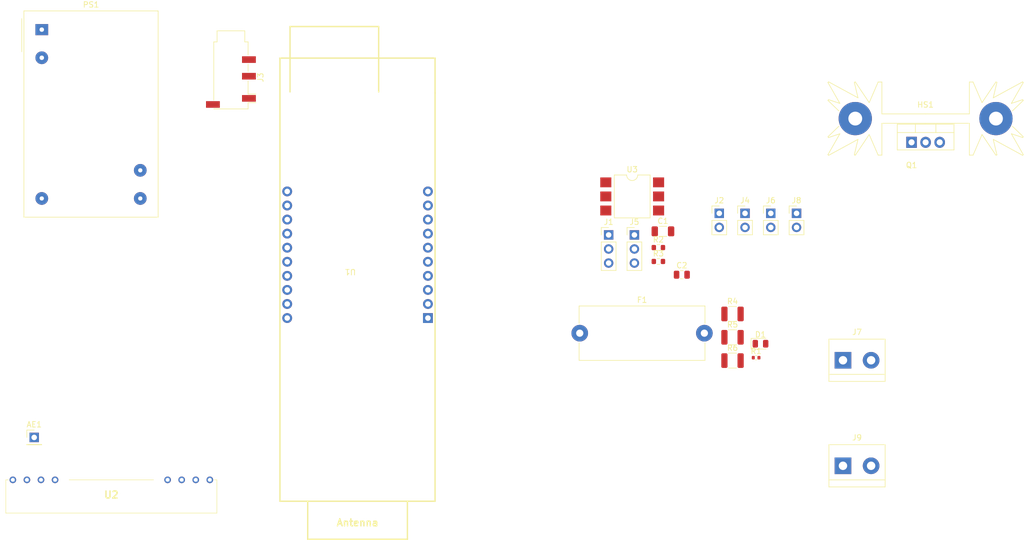
<source format=kicad_pcb>
(kicad_pcb (version 20221018) (generator pcbnew)
  (layers (0 "F.Cu" signal) (31 "B.Cu" signal) (34 "B.Paste" user) (35 "F.Paste" user) (36 "B.SilkS" user "B.Silkscreen") (37 "F.SilkS" user "F.Silkscreen") (38 "B.Mask" user) (39 "F.Mask" user) (44 "Edge.Cuts" user))
  (net 0 "")
  (net 1 "Net-(AE1-A)")
  (net 2 "Net-(J5-Pin_1)")
  (net 3 "Net-(J8-Pin_2)")
  (net 4 "Net-(C2-Pad1)")
  (net 5 "Net-(J8-Pin_1)")
  (net 6 "GND")
  (net 7 "Net-(D1-A)")
  (net 8 "LINE")
  (net 9 "Net-(J5-Pin_3)")
  (net 10 "+3V3")
  (net 11 "Net-(J1-Pin_3)")
  (net 12 "Net-(J2-Pin_1)")
  (net 13 "Net-(J2-Pin_2)")
  (net 14 "Net-(J2-Pin_3)")
  (net 15 "Net-(J2-Pin_4)")
  (net 16 "Net-(J4-Pin_1)")
  (net 17 "Net-(J4-Pin_2)")
  (net 18 "Net-(J6-Pin_1)")
  (net 19 "NEUT")
  (net 21 "+5V")
  (net 22 "Net-(Q1-G)")
  (net 23 "Net-(U1-GPIO2)")
  (net 24 "Net-(R3-Pad1)")
  (net 38 "Net-(U1-GPIO36)")
  (footprint "Resistor_SMD:R_1210_3225Metric" (layer "F.Cu") (at 203.58 96.18)
    (fp_text reference "R5" (at 0 -2.28) (layer "F.SilkS"))
    (fp_text value "470Ω/0.5W")
    (fp_line (start -0.723737 -1.355) (end 0.723737 -1.355) (stroke (width 0.12)) (layer "F.SilkS"))
    (fp_line (start -0.723737 1.355) (end 0.723737 1.355) (stroke (width 0.12)) (layer "F.SilkS"))
    (pad "1" smd roundrect (at -1.4625 0) (size 1.125 2.65) (layers "F.Cu" "F.Paste" "F.Mask") (roundrect_rratio 0.222222) (net 2 "Net-(J5-Pin_1)"))
    (pad "2" smd roundrect (at 1.4625 0) (size 1.125 2.65) (layers "F.Cu" "F.Paste" "F.Mask") (roundrect_rratio 0.222222) (net 18 "Net-(J6-Pin_1)"))
  )
  (footprint "TerminalBlock:TerminalBlock_bornier-2_P5.08mm" (layer "F.Cu") (at 223.52 119.38)
    (fp_text reference "J9" (at 2.54 -5.08) (layer "F.SilkS"))
    (fp_text value "Prises")
    (fp_line (start -2.54 -3.81) (end -2.54 3.81) (stroke (width 0.12)) (layer "F.SilkS"))
    (fp_line (start -2.54 3.81) (end 7.62 3.81) (stroke (width 0.12)) (layer "F.SilkS"))
    (fp_line (start 7.62 -3.81) (end -2.54 -3.81) (stroke (width 0.12)) (layer "F.SilkS"))
    (fp_line (start 7.62 2.54) (end -2.54 2.54) (stroke (width 0.12)) (layer "F.SilkS"))
    (fp_line (start 7.62 3.81) (end 7.62 -3.81) (stroke (width 0.12)) (layer "F.SilkS"))
    (pad "1" thru_hole rect (at 0 0) (size 3 3) (drill 1.52) (layers "*.Cu" "*.Mask") (net 3 "Net-(J8-Pin_2)"))
    (pad "2" thru_hole circle (at 5.08 0) (size 3 3) (drill 1.52) (layers "*.Cu" "*.Mask") (net 19 "NEUT"))
  )
  (footprint "Connector_PinHeader_2.54mm:PinHeader_1x02_P2.54mm_Vertical" (layer "F.Cu") (at 215.14 73.805)
    (fp_text reference "J8" (at 0 -2.33) (layer "F.SilkS"))
    (fp_text value "Triac snubber")
    (fp_line (start -1.33 -1.33) (end 0 -1.33) (stroke (width 0.12)) (layer "F.SilkS"))
    (fp_line (start -1.33 0) (end -1.33 -1.33) (stroke (width 0.12)) (layer "F.SilkS"))
    (fp_line (start -1.33 1.27) (end -1.33 3.87) (stroke (width 0.12)) (layer "F.SilkS"))
    (fp_line (start -1.33 1.27) (end 1.33 1.27) (stroke (width 0.12)) (layer "F.SilkS"))
    (fp_line (start -1.33 3.87) (end 1.33 3.87) (stroke (width 0.12)) (layer "F.SilkS"))
    (fp_line (start 1.33 1.27) (end 1.33 3.87) (stroke (width 0.12)) (layer "F.SilkS"))
    (pad "1" thru_hole rect (at 0 0) (size 1.7 1.7) (drill 1) (layers "*.Cu" "*.Mask") (net 5 "Net-(J8-Pin_1)"))
    (pad "2" thru_hole oval (at 0 2.54) (size 1.7 1.7) (drill 1) (layers "*.Cu" "*.Mask") (net 3 "Net-(J8-Pin_2)"))
  )
  (footprint "Connector_PinHeader_2.54mm:PinHeader_1x02_P2.54mm_Vertical" (layer "F.Cu") (at 201.19 73.805)
    (fp_text reference "J2" (at 0 -2.33) (layer "F.SilkS"))
    (fp_text value "Conn_01x02_Male")
    (fp_line (start -1.33 -1.33) (end 0 -1.33) (stroke (width 0.12)) (layer "F.SilkS"))
    (fp_line (start -1.33 0) (end -1.33 -1.33) (stroke (width 0.12)) (layer "F.SilkS"))
    (fp_line (start -1.33 1.27) (end -1.33 3.87) (stroke (width 0.12)) (layer "F.SilkS"))
    (fp_line (start -1.33 1.27) (end 1.33 1.27) (stroke (width 0.12)) (layer "F.SilkS"))
    (fp_line (start -1.33 3.87) (end 1.33 3.87) (stroke (width 0.12)) (layer "F.SilkS"))
    (fp_line (start 1.33 1.27) (end 1.33 3.87) (stroke (width 0.12)) (layer "F.SilkS"))
    (pad "1" thru_hole rect (at 0 0) (size 1.7 1.7) (drill 1) (layers "*.Cu" "*.Mask") (net 12 "Net-(J2-Pin_1)"))
    (pad "2" thru_hole oval (at 0 2.54) (size 1.7 1.7) (drill 1) (layers "*.Cu" "*.Mask") (net 13 "Net-(J2-Pin_2)"))
  )
  (footprint "mylife-footprints:AMRX12A433P" (layer "F.Cu") (at 91.44 124.62)
    (fp_text reference "U2" (at 0 0) (layer "F.SilkS") (effects (font (size 1.27 1.27) (thickness 0.254))))
    (fp_text value "AM-RX12A-433P" hide)
    (fp_line (start -19.05 -2.7) (end -19.05 3.3) (stroke (width 0.1)) (layer "F.SilkS"))
    (fp_line (start -19.05 3.3) (end 19.05 3.3) (stroke (width 0.1)) (layer "F.SilkS"))
    (fp_line (start -18.6 -2.7) (end -19.05 -2.7) (stroke (width 0.1)) (layer "F.SilkS"))
    (fp_line (start -7.62 -2.7) (end 7.62 -2.7) (stroke (width 0.1)) (layer "F.SilkS"))
    (fp_line (start 19.05 -2.7) (end 18.6 -2.7) (stroke (width 0.1)) (layer "F.SilkS"))
    (fp_line (start 19.05 3.3) (end 19.05 -2.7) (stroke (width 0.1)) (layer "F.SilkS"))
    (pad "1" thru_hole circle (at -17.78 -2.7) (size 1.2 1.2) (drill 0.7) (layers "*.Cu" "*.Mask") (net 1 "Net-(AE1-A)"))
    (pad "2" thru_hole circle (at -15.24 -2.7) (size 1.2 1.2) (drill 0.7) (layers "*.Cu" "*.Mask") (net 6 "GND"))
    (pad "3" thru_hole circle (at -12.7 -2.7) (size 1.2 1.2) (drill 0.7) (layers "*.Cu" "*.Mask") (net 6 "GND"))
    (pad "4" thru_hole circle (at -10.16 -2.7) (size 1.2 1.2) (drill 0.7) (layers "*.Cu" "*.Mask") (net 10 "+3V3"))
    (pad "5" thru_hole circle (at 10.16 -2.7) (size 1.2 1.2) (drill 0.7) (layers "*.Cu" "*.Mask") (net 10 "+3V3"))
    (pad "6" thru_hole circle (at 12.7 -2.7) (size 1.2 1.2) (drill 0.7) (layers "*.Cu" "*.Mask") (net 38 "Net-(U1-GPIO36)"))
    (pad "7" thru_hole circle (at 15.24 -2.7) (size 1.2 1.2) (drill 0.7) (layers "*.Cu" "*.Mask") (net 38 "Net-(U1-GPIO36)"))
    (pad "8" thru_hole circle (at 17.78 -2.7) (size 1.2 1.2) (drill 0.7) (layers "*.Cu" "*.Mask") (net 6 "GND"))
  )
  (footprint "Connector_PinHeader_2.54mm:PinHeader_1x02_P2.54mm_Vertical" (layer "F.Cu") (at 210.49 73.805)
    (fp_text reference "J6" (at 0 -2.33) (layer "F.SilkS"))
    (fp_text value "Opto snubber 2")
    (fp_line (start -1.33 -1.33) (end 0 -1.33) (stroke (width 0.12)) (layer "F.SilkS"))
    (fp_line (start -1.33 0) (end -1.33 -1.33) (stroke (width 0.12)) (layer "F.SilkS"))
    (fp_line (start -1.33 1.27) (end -1.33 3.87) (stroke (width 0.12)) (layer "F.SilkS"))
    (fp_line (start -1.33 1.27) (end 1.33 1.27) (stroke (width 0.12)) (layer "F.SilkS"))
    (fp_line (start -1.33 3.87) (end 1.33 3.87) (stroke (width 0.12)) (layer "F.SilkS"))
    (fp_line (start 1.33 1.27) (end 1.33 3.87) (stroke (width 0.12)) (layer "F.SilkS"))
    (pad "1" thru_hole rect (at 0 0) (size 1.7 1.7) (drill 1) (layers "*.Cu" "*.Mask") (net 18 "Net-(J6-Pin_1)"))
    (pad "2" thru_hole oval (at 0 2.54) (size 1.7 1.7) (drill 1) (layers "*.Cu" "*.Mask") (net 9 "Net-(J5-Pin_3)"))
  )
  (footprint "Resistor_SMD:R_1210_3225Metric" (layer "F.Cu") (at 203.58 91.97)
    (fp_text reference "R4" (at 0 -2.28) (layer "F.SilkS"))
    (fp_text value "360Ω/0.5W")
    (fp_line (start -0.723737 -1.355) (end 0.723737 -1.355) (stroke (width 0.12)) (layer "F.SilkS"))
    (fp_line (start -0.723737 1.355) (end 0.723737 1.355) (stroke (width 0.12)) (layer "F.SilkS"))
    (pad "1" smd roundrect (at -1.4625 0) (size 1.125 2.65) (layers "F.Cu" "F.Paste" "F.Mask") (roundrect_rratio 0.222222) (net 17 "Net-(J4-Pin_2)"))
    (pad "2" smd roundrect (at 1.4625 0) (size 1.125 2.65) (layers "F.Cu" "F.Paste" "F.Mask") (roundrect_rratio 0.222222) (net 16 "Net-(J4-Pin_1)"))
  )
  (footprint "Connector_PinHeader_2.54mm:PinHeader_1x01_P2.54mm_Vertical" (layer "F.Cu") (at 77.51 114.26)
    (fp_text reference "AE1" (at 0 -2.33) (layer "F.SilkS"))
    (fp_text value "Antenna")
    (fp_line (start -1.33 -1.33) (end 0 -1.33) (stroke (width 0.12)) (layer "F.SilkS"))
    (fp_line (start -1.33 0) (end -1.33 -1.33) (stroke (width 0.12)) (layer "F.SilkS"))
    (fp_line (start -1.33 1.27) (end -1.33 1.33) (stroke (width 0.12)) (layer "F.SilkS"))
    (fp_line (start -1.33 1.27) (end 1.33 1.27) (stroke (width 0.12)) (layer "F.SilkS"))
    (fp_line (start -1.33 1.33) (end 1.33 1.33) (stroke (width 0.12)) (layer "F.SilkS"))
    (fp_line (start 1.33 1.27) (end 1.33 1.33) (stroke (width 0.12)) (layer "F.SilkS"))
    (pad "1" thru_hole rect (at 0 0) (size 1.7 1.7) (drill 1) (layers "*.Cu" "*.Mask") (net 1 "Net-(AE1-A)"))
  )
  (footprint "Resistor_SMD:R_0603_1608Metric" (layer "F.Cu") (at 190.198 79.983)
    (fp_text reference "R2" (at 0 -1.43) (layer "F.SilkS"))
    (fp_text value "220Ω")
    (fp_line (start -0.237258 -0.5225) (end 0.237258 -0.5225) (stroke (width 0.12)) (layer "F.SilkS"))
    (fp_line (start -0.237258 0.5225) (end 0.237258 0.5225) (stroke (width 0.12)) (layer "F.SilkS"))
    (pad "1" smd roundrect (at -0.825 0) (size 0.8 0.95) (layers "F.Cu" "F.Paste" "F.Mask") (net 23 "Net-(U1-GPIO2)"))
    (pad "2" smd roundrect (at 0.825 0) (size 0.8 0.95) (layers "F.Cu" "F.Paste" "F.Mask") (net 7 "Net-(D1-A)"))
  )
  (footprint "Heatsink:Heatsink_Fischer_SK104-STC-STIC_35x13mm_2xDrill2.5mm" (layer "F.Cu") (at 238.44 56.7)
    (fp_text reference "HS1" (at -0.025 -2.5) (layer "F.SilkS"))
    (fp_text value "Heatsink")
    (fp_line (start -17.63 -6.51) (end -15.48 -2.74) (stroke (width 0.12)) (layer "F.SilkS"))
    (fp_line (start -17.63 6.51) (end -15.48 2.74) (stroke (width 0.12)) (layer "F.SilkS"))
    (fp_line (start -17.62 -3.27) (end -15.66 -1.38) (stroke (width 0.12)) (layer "F.SilkS"))
    (fp_line (start -17.62 3.27) (end -15.66 1.38) (stroke (width 0.12)) (layer "F.SilkS"))
    (fp_line (start -17.53 -3.42) (end -17.62 -3.27) (stroke (width 0.12)) (layer "F.SilkS"))
    (fp_line (start -17.53 3.42) (end -17.62 3.27) (stroke (width 0.12)) (layer "F.SilkS"))
    (fp_line (start -17.51 -6.63) (end -17.63 -6.51) (stroke (width 0.12)) (layer "F.SilkS"))
    (fp_line (start -17.51 6.63) (end -17.63 6.51) (stroke (width 0.12)) (layer "F.SilkS"))
    (fp_line (start -15.48 -2.74) (end -17.53 -3.42) (stroke (width 0.12)) (layer "F.SilkS"))
    (fp_line (start -15.48 2.74) (end -17.53 3.42) (stroke (width 0.12)) (layer "F.SilkS"))
    (fp_line (start -12.87 -6.55) (end -12.21 -3.75) (stroke (width 0.12)) (layer "F.SilkS"))
    (fp_line (start -12.87 6.55) (end -12.21 3.75) (stroke (width 0.12)) (layer "F.SilkS"))
    (fp_line (start -12.69 -6.61) (end -12.87 -6.55) (stroke (width 0.12)) (layer "F.SilkS"))
    (fp_line (start -12.69 6.61) (end -12.87 6.55) (stroke (width 0.12)) (layer "F.SilkS"))
    (fp_line (start -12.21 -3.75) (end -17.51 -6.63) (stroke (width 0.12)) (layer "F.SilkS"))
    (fp_line (start -12.21 3.75) (end -17.51 6.63) (stroke (width 0.12)) (layer "F.SilkS"))
    (fp_line (start -10.19 -2.89) (end -12.69 -6.61) (stroke (width 0.12)) (layer "F.SilkS"))
    (fp_line (start -10.19 2.89) (end -12.69 6.61) (stroke (width 0.12)) (layer "F.SilkS"))
    (fp_line (start -8.57 -6.6) (end -10.18 -2.89) (stroke (width 0.12)) (layer "F.SilkS"))
    (fp_line (start -8.57 6.6) (end -10.18 2.89) (stroke (width 0.12)) (layer "F.SilkS"))
    (fp_line (start -7.9 -6.6) (end -8.57 -6.6) (stroke (width 0.12)) (layer "F.SilkS"))
    (fp_line (start -7.9 -0.85) (end -7.9 -6.6) (stroke (width 0.12)) (layer "F.SilkS"))
    (fp_line (start -7.9 0.85) (end -7.9 6.6) (stroke (width 0.12)) (layer "F.SilkS"))
    (fp_line (start -7.9 6.6) (end -8.57 6.6) (stroke (width 0.12)) (layer "F.SilkS"))
    (fp_line (start 0 -0.85) (end -7.9 -0.85) (stroke (width 0.12)) (layer "F.SilkS"))
    (fp_line (start 0 -0.85) (end 7.9 -0.85) (stroke (width 0.12)) (layer "F.SilkS"))
    (fp_line (start 0 0.85) (end -7.9 0.85) (stroke (width 0.12)) (layer "F.SilkS"))
    (fp_line (start 0 0.85) (end 7.9 0.85) (stroke (width 0.12)) (layer "F.SilkS"))
    (fp_line (start 7.9 -6.6) (end 8.57 -6.6) (stroke (width 0.12)) (layer "F.SilkS"))
    (fp_line (start 7.9 -0.85) (end 7.9 -6.6) (stroke (width 0.12)) (layer "F.SilkS"))
    (fp_line (start 7.9 0.85) (end 7.9 6.6) (stroke (width 0.12)) (layer "F.SilkS"))
    (fp_line (start 7.9 6.6) (end 8.57 6.6) (stroke (width 0.12)) (layer "F.SilkS"))
    (fp_line (start 8.57 -6.6) (end 10.18 -2.89) (stroke (width 0.12)) (layer "F.SilkS"))
    (fp_line (start 8.57 6.6) (end 10.18 2.89) (stroke (width 0.12)) (layer "F.SilkS"))
    (fp_line (start 10.19 -2.89) (end 12.69 -6.61) (stroke (width 0.12)) (layer "F.SilkS"))
    (fp_line (start 10.19 2.89) (end 12.69 6.61) (stroke (width 0.12)) (layer "F.SilkS"))
    (fp_line (start 12.21 -3.75) (end 17.51 -6.63) (stroke (width 0.12)) (layer "F.SilkS"))
    (fp_line (start 12.21 3.75) (end 17.51 6.63) (stroke (width 0.12)) (layer "F.SilkS"))
    (fp_line (start 12.69 -6.61) (end 12.87 -6.55) (stroke (width 0.12)) (layer "F.SilkS"))
    (fp_line (start 12.69 6.61) (end 12.87 6.55) (stroke (width 0.12)) (layer "F.SilkS"))
    (fp_line (start 12.87 -6.55) (end 12.21 -3.75) (stroke (width 0.12)) (layer "F.SilkS"))
    (fp_line (start 12.87 6.55) (end 12.21 3.75) (stroke (width 0.12)) (layer "F.SilkS"))
    (fp_line (start 15.48 -2.74) (end 17.53 -3.42) (stroke (width 0.12)) (layer "F.SilkS"))
    (fp_line (start 15.48 2.74) (end 17.53 3.42) (stroke (width 0.12)) (layer "F.SilkS"))
    (fp_line (start 17.51 -6.63) (end 17.63 -6.51) (stroke (width 0.12)) (layer "F.SilkS"))
    (fp_line (start 17.51 6.63) (end 17.63 6.51) (stroke (width 0.12)) (layer "F.SilkS"))
    (fp_line (start 17.53 -3.42) (end 17.62 -3.27) (stroke (width 0.12)) (layer "F.SilkS"))
    (fp_line (start 17.53 3.42) (end 17.62 3.27) (stroke (width 0.12)) (layer "F.SilkS"))
    (fp_line (start 17.62 -3.27) (end 15.66 -1.38) (stroke (width 0.12)) (layer "F.SilkS"))
    (fp_line (start 17.62 3.27) (end 15.66 1.38) (stroke (width 0.12)) (layer "F.SilkS"))
    (fp_line (start 17.63 -6.51) (end 15.48 -2.74) (stroke (width 0.12)) (layer "F.SilkS"))
    (fp_line (start 17.63 6.51) (end 15.48 2.74) (stroke (width 0.12)) (layer "F.SilkS"))
    (pad "1" thru_hole circle (at -12.7 0 180) (size 6 6) (drill 2.5) (layers "*.Cu" "*.Mask"))
    (pad "1" thru_hole circle (at 12.7 0) (size 6 6) (drill 2.5) (layers "*.Cu" "*.Mask"))
  )
  (footprint "Capacitor_SMD:C_1206_3216Metric" (layer "F.Cu") (at 191.018 77.053)
    (fp_text reference "C1" (at 0 -1.85) (layer "F.SilkS"))
    (fp_text value "47nF/400V")
    (fp_line (start -0.711252 -0.91) (end 0.711252 -0.91) (stroke (width 0.12)) (layer "F.SilkS"))
    (fp_line (start -0.711252 0.91) (end 0.711252 0.91) (stroke (width 0.12)) (layer "F.SilkS"))
    (pad "1" smd roundrect (at -1.475 0) (size 1.15 1.8) (layers "F.Cu" "F.Paste" "F.Mask") (roundrect_rratio 0.217391) (net 2 "Net-(J5-Pin_1)"))
    (pad "2" smd roundrect (at 1.475 0) (size 1.15 1.8) (layers "F.Cu" "F.Paste" "F.Mask") (roundrect_rratio 0.217391) (net 3 "Net-(J8-Pin_2)"))
  )
  (footprint "Connector_PinHeader_2.54mm:PinHeader_1x03_P2.54mm_Vertical" (layer "F.Cu") (at 181.218 77.703)
    (fp_text reference "J1" (at 0 -2.33) (layer "F.SilkS"))
    (fp_text value "Conn_01x03_Male")
    (fp_line (start -1.33 -1.33) (end 0 -1.33) (stroke (width 0.12)) (layer "F.SilkS"))
    (fp_line (start -1.33 0) (end -1.33 -1.33) (stroke (width 0.12)) (layer "F.SilkS"))
    (fp_line (start -1.33 1.27) (end -1.33 6.41) (stroke (width 0.12)) (layer "F.SilkS"))
    (fp_line (start -1.33 1.27) (end 1.33 1.27) (stroke (width 0.12)) (layer "F.SilkS"))
    (fp_line (start -1.33 6.41) (end 1.33 6.41) (stroke (width 0.12)) (layer "F.SilkS"))
    (fp_line (start 1.33 1.27) (end 1.33 6.41) (stroke (width 0.12)) (layer "F.SilkS"))
    (pad "1" thru_hole rect (at 0 0) (size 1.7 1.7) (drill 1) (layers "*.Cu" "*.Mask") (net 6 "GND"))
    (pad "2" thru_hole oval (at 0 2.54) (size 1.7 1.7) (drill 1) (layers "*.Cu" "*.Mask") (net 10 "+3V3"))
    (pad "3" thru_hole oval (at 0 5.08) (size 1.7 1.7) (drill 1) (layers "*.Cu" "*.Mask") (net 11 "Net-(J1-Pin_3)"))
  )
  (footprint "Resistor_SMD:R_1210_3225Metric" (layer "F.Cu") (at 203.58 100.39)
    (fp_text reference "R6" (at 0 -2.28) (layer "F.SilkS"))
    (fp_text value "39Ω/0.5W")
    (fp_line (start -0.723737 -1.355) (end 0.723737 -1.355) (stroke (width 0.12)) (layer "F.SilkS"))
    (fp_line (start -0.723737 1.355) (end 0.723737 1.355) (stroke (width 0.12)) (layer "F.SilkS"))
    (pad "1" smd roundrect (at -1.4625 0) (size 1.125 2.65) (layers "F.Cu" "F.Paste" "F.Mask") (roundrect_rratio 0.222222) (net 9 "Net-(J5-Pin_3)"))
    (pad "2" smd roundrect (at 1.4625 0) (size 1.125 2.65) (layers "F.Cu" "F.Paste" "F.Mask") (roundrect_rratio 0.222222) (net 4 "Net-(C2-Pad1)"))
  )
  (footprint "Converter_ACDC:Converter_ACDC_MeanWell_IRM-03-xx_THT" (layer "F.Cu") (at 78.8825 40.64)
    (fp_text reference "PS1" (at 8.89 -4.5) (layer "F.SilkS"))
    (fp_text value "Alim RS PRO 5V 1A")
    (fp_line (start -3.61 -2) (end -3.61 4) (stroke (width 0.12)) (layer "F.SilkS"))
    (fp_line (start -3.23 -3.38) (end -3.23 33.86) (stroke (width 0.12)) (layer "F.SilkS"))
    (fp_line (start -3.23 33.86) (end 21.01 33.86) (stroke (width 0.12)) (layer "F.SilkS"))
    (fp_line (start 21.01 -3.38) (end -3.23 -3.38) (stroke (width 0.12)) (layer "F.SilkS"))
    (fp_line (start 21.01 -3.38) (end 21.01 33.86) (stroke (width 0.12)) (layer "F.SilkS"))
    (pad "1" thru_hole rect (at 0 0) (size 2.3 2) (drill 0.8) (layers "*.Cu" "*.Mask") (net 8 "LINE"))
    (pad "3" thru_hole circle (at 0 5.08) (size 2.3 2.3) (drill 0.8) (layers "*.Cu" "*.Mask") (net 19 "NEUT"))
    (pad "5" thru_hole circle (at 0 30.48) (size 2.3 2.3) (drill 0.76) (layers "*.Cu" "*.Mask"))
    (pad "14" thru_hole circle (at 17.78 30.48) (size 2.3 2.3) (drill 0.76) (layers "*.Cu" "*.Mask") (net 6 "GND"))
    (pad "16" thru_hole circle (at 17.78 25.4) (size 2.3 2.3) (drill 0.76) (layers "*.Cu" "*.Mask") (net 21 "+5V"))
  )
  (footprint "Diode_SMD:D_0805_2012Metric" (layer "F.Cu") (at 208.63 97.345)
    (fp_text reference "D1" (at 0 -1.65) (layer "F.SilkS"))
    (fp_text value "LED")
    (fp_line (start -1.685 -0.96) (end -1.685 0.96) (stroke (width 0.12)) (layer "F.SilkS"))
    (fp_line (start -1.685 0.96) (end 1 0.96) (stroke (width 0.12)) (layer "F.SilkS"))
    (fp_line (start 1 -0.96) (end -1.685 -0.96) (stroke (width 0.12)) (layer "F.SilkS"))
    (pad "1" smd roundrect (at -0.9375 0) (size 0.975 1.4) (layers "F.Cu" "F.Paste" "F.Mask") (net 6 "GND"))
    (pad "2" smd roundrect (at 0.9375 0) (size 0.975 1.4) (layers "F.Cu" "F.Paste" "F.Mask") (net 7 "Net-(D1-A)"))
  )
  (footprint "Resistor_SMD:R_0603_1608Metric" (layer "F.Cu") (at 190.198 82.493)
    (fp_text reference "R3" (at 0 -1.43) (layer "F.SilkS"))
    (fp_text value "220Ω")
    (fp_line (start -0.237258 -0.5225) (end 0.237258 -0.5225) (stroke (width 0.12)) (layer "F.SilkS"))
    (fp_line (start -0.237258 0.5225) (end 0.237258 0.5225) (stroke (width 0.12)) (layer "F.SilkS"))
    (pad "1" smd roundrect (at -0.825 0) (size 0.8 0.95) (layers "F.Cu" "F.Paste" "F.Mask") (net 24 "Net-(R3-Pad1)"))
    (pad "2" smd roundrect (at 0.825 0) (size 0.8 0.95) (layers "F.Cu" "F.Paste" "F.Mask") (net 23 "Net-(U1-GPIO2)"))
  )
  (footprint "Capacitor_SMD:C_0805_2012Metric" (layer "F.Cu") (at 194.428 84.883)
    (fp_text reference "C2" (at 0 -1.68) (layer "F.SilkS"))
    (fp_text value "10nF/400V")
    (fp_line (start -0.261252 -0.735) (end 0.261252 -0.735) (stroke (width 0.12)) (layer "F.SilkS"))
    (fp_line (start -0.261252 0.735) (end 0.261252 0.735) (stroke (width 0.12)) (layer "F.SilkS"))
    (pad "1" smd roundrect (at -0.95 0) (size 1 1.45) (layers "F.Cu" "F.Paste" "F.Mask") (net 4 "Net-(C2-Pad1)"))
    (pad "2" smd roundrect (at 0.95 0) (size 1 1.45) (layers "F.Cu" "F.Paste" "F.Mask") (net 5 "Net-(J8-Pin_1)"))
  )
  (footprint "mylife-footprints:ESP32-POE" (layer "F.Cu") (at 135.85 82.68 180)
    (fp_text reference "U1" (at 1.27 -1.7 180 unlocked) (layer "F.SilkS"))
    (fp_text value "ESP32-POE")
    (fp_text user "Antenna" (at -0.04 -46.965) (layer "F.SilkS") (effects (font (size 1.27 1.27) (thickness 0.254))))
    (fp_line (start -14.03 -43.1) (end 13.97 -43.1) (stroke (width 0.254)) (layer "F.SilkS"))
    (fp_line (start -14.03 30.58) (end -14.03 -43.1) (stroke (width 0.254)) (layer "F.SilkS"))
    (fp_line (start -14.03 30.58) (end -14.03 36.9) (stroke (width 0.254)) (layer "F.SilkS"))
    (fp_line (start -14.03 36.9) (end 13.97 36.9) (stroke (width 0.254)) (layer "F.SilkS"))
    (fp_line (start -9.04 -49.965) (end -9.04 -43.1) (stroke (width 0.254)) (layer "F.SilkS"))
    (fp_line (start -9.04 -49.965) (end 8.96 -49.965) (stroke (width 0.254)) (layer "F.SilkS"))
    (fp_line (start -3.849 42.596) (end -3.849 30.796) (stroke (width 0.254)) (layer "F.SilkS"))
    (fp_line (start 8.96 -49.965) (end 8.96 -43.1) (stroke (width 0.254)) (layer "F.SilkS"))
    (fp_line (start 12.151 30.796) (end 12.151 42.596) (stroke (width 0.254)) (layer "F.SilkS"))
    (fp_line (start 12.151 42.596) (end -3.849 42.596) (stroke (width 0.254)) (layer "F.SilkS"))
    (fp_line (start 13.97 36.9) (end 13.97 -43.1) (stroke (width 0.254)) (layer "F.SilkS"))
    (pad "1" thru_hole rect (at -12.74 -10.03 90) (size 1.778 1.778) (drill 1) (layers "*.Cu" "*.Mask") (net 21 "+5V"))
    (pad "2" thru_hole circle (at -12.74 -7.49 90) (size 1.778 1.778) (drill 1) (layers "*.Cu" "*.Mask") (net 10 "+3V3"))
    (pad "3" thru_hole circle (at -12.74 -4.95 90) (size 1.778 1.778) (drill 1) (layers "*.Cu" "*.Mask") (net 6 "GND"))
    (pad "4" thru_hole circle (at -12.74 -2.41 90) (size 1.778 1.778) (drill 1) (layers "*.Cu" "*.Mask"))
    (pad "5" thru_hole circle (at -12.74 0.13 90) (size 1.778 1.778) (drill 1) (layers "*.Cu" "*.Mask"))
    (pad "6" thru_hole circle (at -12.74 2.67 90) (size 1.778 1.778) (drill 1) (layers "*.Cu" "*.Mask"))
    (pad "7" thru_hole circle (at -12.74 5.21 90) (size 1.778 1.778) (drill 1) (layers "*.Cu" "*.Mask") (net 23 "Net-(U1-GPIO2)"))
    (pad "8" thru_hole circle (at -12.74 7.75 90) (size 1.778 1.778) (drill 1) (layers "*.Cu" "*.Mask"))
    (pad "9" thru_hole circle (at -12.74 10.29 90) (size 1.778 1.778) (drill 1) (layers "*.Cu" "*.Mask"))
    (pad "10" thru_hole circle (at -12.74 12.83 90) (size 1.778 1.778) (drill 1) (layers "*.Cu" "*.Mask"))
    (pad "11" thru_hole circle (at 12.66 12.83 90) (size 1.778 1.778) (drill 1) (layers "*.Cu" "*.Mask") (net 11 "Net-(J1-Pin_3)"))
    (pad "12" thru_hole circle (at 12.66 10.29 90) (size 1.778 1.778) (drill 1) (layers "*.Cu" "*.Mask"))
    (pad "13" thru_hole circle (at 12.66 7.75 90) (size 1.778 1.778) (drill 1) (layers "*.Cu" "*.Mask"))
    (pad "14" thru_hole circle (at 12.66 5.21 90) (size 1.778 1.778) (drill 1) (layers "*.Cu" "*.Mask"))
    (pad "15" thru_hole circle (at 12.66 2.67 90) (size 1.778 1.778) (drill 1) (layers "*.Cu" "*.Mask"))
    (pad "16" thru_hole circle (at 12.66 0.13 90) (size 1.778 1.778) (drill 1) (layers "*.Cu" "*.Mask"))
    (pad "17" thru_hole circle (at 12.66 -2.41 90) (size 1.778 1.778) (drill 1) (layers "*.Cu" "*.Mask"))
    (pad "18" thru_hole circle (at 12.66 -4.95 90) (size 1.778 1.778) (drill 1) (layers "*.Cu" "*.Mask"))
    (pad "19" thru_hole circle (at 12.66 -7.49 90) (size 1.778 1.778) (drill 1) (layers "*.Cu" "*.Mask") (net 38 "Net-(U1-GPIO36)"))
    (pad "20" thru_hole circle (at 12.66 -10.03 90) (size 1.778 1.778) (drill 1) (layers "*.Cu" "*.Mask"))
  )
  (footprint "Resistor_SMD:R_0402_1005Metric" (layer "F.Cu") (at 207.84 99.86)
    (fp_text reference "R1" (at 0 -1.17) (layer "F.SilkS"))
    (fp_text value "4.7KΩ")
    (fp_line (start -0.153641 -0.38) (end 0.153641 -0.38) (stroke (width 0.12)) (layer "F.SilkS"))
    (fp_line (start -0.153641 0.38) (end 0.153641 0.38) (stroke (width 0.12)) (layer "F.SilkS"))
    (pad "1" smd roundrect (at -0.51 0) (size 0.54 0.64) (layers "F.Cu" "F.Paste" "F.Mask") (net 10 "+3V3"))
    (pad "2" smd roundrect (at 0.51 0) (size 0.54 0.64) (layers "F.Cu" "F.Paste" "F.Mask") (net 11 "Net-(J1-Pin_3)"))
  )
  (footprint "Connector_Audio:Jack_3.5mm_PJ320D_Horizontal" (layer "F.Cu") (at 113.03 49.225 -90)
    (fp_text reference "J3" (at 0.05 -5.35 90) (layer "F.SilkS"))
    (fp_text value "3.5mm headphone jack")
    (fp_line (start -8.375 -2.5) (end -8.375 2.5) (stroke (width 0.12)) (layer "F.SilkS"))
    (fp_line (start -6.375 -3.1) (end -6.375 -2.5) (stroke (width 0.12)) (layer "F.SilkS"))
    (fp_line (start -6.375 -3.1) (end -4 -3.1) (stroke (width 0.12)) (layer "F.SilkS"))
    (fp_line (start -6.375 -2.5) (end -8.375 -2.5) (stroke (width 0.12)) (layer "F.SilkS"))
    (fp_line (start -6.375 2.5) (end -8.375 2.5) (stroke (width 0.12)) (layer "F.SilkS"))
    (fp_line (start -6.375 2.5) (end -6.375 3.1) (stroke (width 0.12)) (layer "F.SilkS"))
    (fp_line (start -2.35 -3.1) (end -1 -3.1) (stroke (width 0.12)) (layer "F.SilkS"))
    (fp_line (start 0.65 -3.1) (end 3.05 -3.1) (stroke (width 0.12)) (layer "F.SilkS"))
    (fp_line (start 3.05 -3.1) (end 3.05 -4.5) (stroke (width 0.12)) (layer "F.SilkS"))
    (fp_line (start 4.15 3.1) (end -6.375 3.1) (stroke (width 0.12)) (layer "F.SilkS"))
    (fp_line (start 4.6 -3.1) (end 4.6 -4.5) (stroke (width 0.12)) (layer "F.SilkS"))
    (fp_line (start 4.6 -3.1) (end 5.725 -3.1) (stroke (width 0.12)) (layer "F.SilkS"))
    (fp_line (start 5.725 3.1) (end 5.725 -3.1) (stroke (width 0.12)) (layer "F.SilkS"))
    (pad "" np_thru_hole circle (at -4.775 0 270) (size 1.5 1.5) (drill 1.5) (layers "*.Cu" "*.Mask"))
    (pad "" np_thru_hole circle (at 2.225 0 270) (size 1.5 1.5) (drill 1.5) (layers "*.Cu" "*.Mask"))
    (pad "R1" smd rect (at -0.175 -3.25 270) (size 1.2 2.5) (layers "F.Cu" "F.Paste" "F.Mask") (net 14 "Net-(J2-Pin_3)"))
    (pad "R2" smd rect (at -3.175 -3.25 270) (size 1.2 2.5) (layers "F.Cu" "F.Paste" "F.Mask") (net 13 "Net-(J2-Pin_2)"))
    (pad "S" smd rect (at 4.925 3.25 270) (size 1.2 2.5) (layers "F.Cu" "F.Paste" "F.Mask") (net 12 "Net-(J2-Pin_1)"))
    (pad "T" smd rect (at 3.825 -3.25 270) (size 1.2 2.5) (layers "F.Cu" "F.Paste" "F.Mask") (net 15 "Net-(J2-Pin_4)"))
  )
  (footprint "Package_TO_SOT_THT:TO-220-3_Vertical" (layer "F.Cu") (at 235.9 60.985)
    (fp_text reference "Q1" (at 0 4.135) (layer "F.SilkS"))
    (fp_text value "BT136-600E")
    (fp_line (start -2.58 -3.27) (end -2.58 1.371) (stroke (width 0.12)) (layer "F.SilkS"))
    (fp_line (start -2.58 -3.27) (end 7.66 -3.27) (stroke (width 0.12)) (layer "F.SilkS"))
    (fp_line (start -2.58 -1.76) (end 7.66 -1.76) (stroke (width 0.12)) (layer "F.SilkS"))
    (fp_line (start -2.58 1.371) (end 7.66 1.371) (stroke (width 0.12)) (layer "F.SilkS"))
    (fp_line (start 0.69 -3.27) (end 0.69 -1.76) (stroke (width 0.12)) (layer "F.SilkS"))
    (fp_line (start 4.391 -3.27) (end 4.391 -1.76) (stroke (width 0.12)) (layer "F.SilkS"))
    (fp_line (start 7.66 -3.27) (end 7.66 1.371) (stroke (width 0.12)) (layer "F.SilkS"))
    (pad "1" thru_hole rect (at 0 0) (size 1.905 2) (drill 1.1) (layers "*.Cu" "*.Mask") (net 3 "Net-(J8-Pin_2)"))
    (pad "2" thru_hole oval (at 2.54 0) (size 1.905 2) (drill 1.1) (layers "*.Cu" "*.Mask") (net 9 "Net-(J5-Pin_3)"))
    (pad "3" thru_hole oval (at 5.08 0) (size 1.905 2) (drill 1.1) (layers "*.Cu" "*.Mask") (net 22 "Net-(Q1-G)"))
  )
  (footprint "Connector_PinHeader_2.54mm:PinHeader_1x03_P2.54mm_Vertical" (layer "F.Cu") (at 185.868 77.703)
    (fp_text reference "J5" (at 0 -2.33) (layer "F.SilkS"))
    (fp_text value "Opto snubber")
    (fp_line (start -1.33 -1.33) (end 0 -1.33) (stroke (width 0.12)) (layer "F.SilkS"))
    (fp_line (start -1.33 0) (end -1.33 -1.33) (stroke (width 0.12)) (layer "F.SilkS"))
    (fp_line (start -1.33 1.27) (end -1.33 6.41) (stroke (width 0.12)) (layer "F.SilkS"))
    (fp_line (start -1.33 1.27) (end 1.33 1.27) (stroke (width 0.12)) (layer "F.SilkS"))
    (fp_line (start -1.33 6.41) (end 1.33 6.41) (stroke (width 0.12)) (layer "F.SilkS"))
    (fp_line (start 1.33 1.27) (end 1.33 6.41) (stroke (width 0.12)) (layer "F.SilkS"))
    (pad "1" thru_hole rect (at 0 0) (size 1.7 1.7) (drill 1) (layers "*.Cu" "*.Mask") (net 2 "Net-(J5-Pin_1)"))
    (pad "2" thru_hole oval (at 0 2.54) (size 1.7 1.7) (drill 1) (layers "*.Cu" "*.Mask") (net 17 "Net-(J4-Pin_2)"))
    (pad "3" thru_hole oval (at 0 5.08) (size 1.7 1.7) (drill 1) (layers "*.Cu" "*.Mask") (net 9 "Net-(J5-Pin_3)"))
  )
  (footprint "Fuse:Fuseholder_Cylinder-5x20mm_Schurter_0031_8201_Horizontal_Open" (layer "F.Cu") (at 176 95.44)
    (fp_text reference "F1" (at 11.25 -6) (layer "F.SilkS"))
    (fp_text value "3A")
    (fp_line (start -0.11 -4.91) (end 22.61 -4.91) (stroke (width 0.12)) (layer "F.SilkS"))
    (fp_line (start -0.11 -1.75) (end -0.11 -4.91) (stroke (width 0.12)) (layer "F.SilkS"))
    (fp_line (start -0.11 4.91) (end -0.11 1.75) (stroke (width 0.12)) (layer "F.SilkS"))
    (fp_line (start -0.11 4.91) (end 22.61 4.91) (stroke (width 0.12)) (layer "F.SilkS"))
    (fp_line (start 22.61 -1.75) (end 22.61 -4.91) (stroke (width 0.12)) (layer "F.SilkS"))
    (fp_line (start 22.61 4.91) (end 22.61 1.75) (stroke (width 0.12)) (layer "F.SilkS"))
    (pad "" np_thru_hole circle (at 11.25 0) (size 2.7 2.7) (drill 2.7) (layers "*.Cu" "*.Mask"))
    (pad "1" thru_hole circle (at 0 0) (size 3 3) (drill 1.3) (layers "*.Cu" "*.Mask") (net 8 "LINE"))
    (pad "2" thru_hole circle (at 22.5 0) (size 3 3) (drill 1.3) (layers "*.Cu" "*.Mask") (net 9 "Net-(J5-Pin_3)"))
  )
  (footprint "Package_DIP:SMDIP-6_W9.53mm" (layer "F.Cu") (at 185.468 70.753)
    (fp_text reference "U3" (at 0 -4.87) (layer "F.SilkS"))
    (fp_text value "MOC3021M")
    (fp_line (start -3.235 -3.87) (end -3.235 3.87) (stroke (width 0.12)) (layer "F.SilkS"))
    (fp_line (start -3.235 3.87) (end 3.235 3.87) (stroke (width 0.12)) (layer "F.SilkS"))
    (fp_line (start -1 -3.87) (end -3.235 -3.87) (stroke (width 0.12)) (layer "F.SilkS"))
    (fp_line (start 3.235 -3.87) (end 1 -3.87) (stroke (width 0.12)) (layer "F.SilkS"))
    (fp_line (start 3.235 3.87) (end 3.235 -3.87) (stroke (width 0.12)) (layer "F.SilkS"))
    (fp_arc (start 1 -3.87) (mid 0 -2.87) (end -1 -3.87) (stroke (width 0.12)) (layer "F.SilkS"))
    (pad "1" smd rect (at -4.765 -2.54) (size 2 1.78) (layers "F.Cu" "F.Paste" "F.Mask") (net 24 "Net-(R3-Pad1)"))
    (pad "2" smd rect (at -4.765 0) (size 2 1.78) (layers "F.Cu" "F.Paste" "F.Mask") (net 6 "GND"))
    (pad "3" smd rect (at -4.765 2.54) (size 2 1.78) (layers "F.Cu" "F.Paste" "F.Mask"))
    (pad "4" smd rect (at 4.765 2.54) (size 2 1.78) (layers "F.Cu" "F.Paste" "F.Mask") (net 22 "Net-(Q1-G)"))
    (pad "5" smd rect (at 4.765 0) (size 2 1.78) (layers "F.Cu" "F.Paste" "F.Mask"))
    (pad "6" smd rect (at 4.765 -2.54) (size 2 1.78) (layers "F.Cu" "F.Paste" "F.Mask") (net 16 "Net-(J4-Pin_1)"))
  )
  (footprint "Connector_PinHeader_2.54mm:PinHeader_1x02_P2.54mm_Vertical" (layer "F.Cu") (at 205.84 73.805)
    (fp_text reference "J4" (at 0 -2.33) (layer "F.SilkS"))
    (fp_text value "Triac gate protection")
    (fp_line (start -1.33 -1.33) (end 0 -1.33) (stroke (width 0.12)) (layer "F.SilkS"))
    (fp_line (start -1.33 0) (end -1.33 -1.33) (stroke (width 0.12)) (layer "F.SilkS"))
    (fp_line (start -1.33 1.27) (end -1.33 3.87) (stroke (width 0.12)) (layer "F.SilkS"))
    (fp_line (start -1.33 1.27) (end 1.33 1.27) (stroke (width 0.12)) (layer "F.SilkS"))
    (fp_line (start -1.33 3.87) (end 1.33 3.87) (stroke (width 0.12)) (layer "F.SilkS"))
    (fp_line (start 1.33 1.27) (end 1.33 3.87) (stroke (width 0.12)) (layer "F.SilkS"))
    (pad "1" thru_hole rect (at 0 0) (size 1.7 1.7) (drill 1) (layers "*.Cu" "*.Mask") (net 16 "Net-(J4-Pin_1)"))
    (pad "2" thru_hole oval (at 0 2.54) (size 1.7 1.7) (drill 1) (layers "*.Cu" "*.Mask") (net 17 "Net-(J4-Pin_2)"))
  )
  (footprint "TerminalBlock:TerminalBlock_bornier-2_P5.08mm" (layer "F.Cu") (at 223.52 100.33)
    (fp_text reference "J7" (at 2.54 -5.08) (layer "F.SilkS"))
    (fp_text value "Main")
    (fp_line (start -2.54 -3.81) (end -2.54 3.81) (stroke (width 0.12)) (layer "F.SilkS"))
    (fp_line (start -2.54 3.81) (end 7.62 3.81) (stroke (width 0.12)) (layer "F.SilkS"))
    (fp_line (start 7.62 -3.81) (end -2.54 -3.81) (stroke (width 0.12)) (layer "F.SilkS"))
    (fp_line (start 7.62 2.54) (end -2.54 2.54) (stroke (width 0.12)) (layer "F.SilkS"))
    (fp_line (start 7.62 3.81) (end 7.62 -3.81) (stroke (width 0.12)) (layer "F.SilkS"))
    (pad "1" thru_hole rect (at 0 0) (size 3 3) (drill 1.52) (layers "*.Cu" "*.Mask") (net 8 "LINE"))
    (pad "2" thru_hole circle (at 5.08 0) (size 3 3) (drill 1.52) (layers "*.Cu" "*.Mask") (net 19 "NEUT"))
  )
)
</source>
